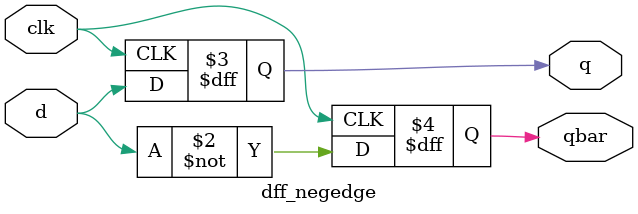
<source format=v>
module dff_negedge (d, clk,q,qbar);
input d,clk;
output reg q,qbar;
always@(negedge clk)
begin
q=d;
qbar=~d;
end
endmodule

</source>
